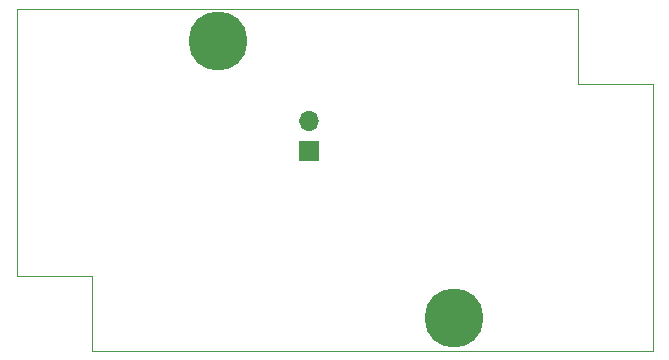
<source format=gbr>
%TF.GenerationSoftware,KiCad,Pcbnew,(6.0.5-0)*%
%TF.CreationDate,2022-12-05T01:18:57+00:00*%
%TF.ProjectId,Ebow,45626f77-2e6b-4696-9361-645f70636258,rev?*%
%TF.SameCoordinates,Original*%
%TF.FileFunction,Soldermask,Bot*%
%TF.FilePolarity,Negative*%
%FSLAX46Y46*%
G04 Gerber Fmt 4.6, Leading zero omitted, Abs format (unit mm)*
G04 Created by KiCad (PCBNEW (6.0.5-0)) date 2022-12-05 01:18:57*
%MOMM*%
%LPD*%
G01*
G04 APERTURE LIST*
%TA.AperFunction,Profile*%
%ADD10C,0.100000*%
%TD*%
%ADD11C,5.000000*%
%ADD12C,2.900000*%
%ADD13R,1.700000X1.700000*%
%ADD14O,1.700000X1.700000*%
G04 APERTURE END LIST*
D10*
X98298000Y-107950000D02*
X104648000Y-107950000D01*
X98298000Y-101600000D02*
X98298000Y-107950000D01*
X104648000Y-107950000D02*
X104648000Y-130556000D01*
X57150000Y-124206000D02*
X50800000Y-124206000D01*
X57150000Y-124206000D02*
X57150000Y-130556000D01*
X50800000Y-124206000D02*
X50800000Y-101600000D01*
X104648000Y-130556000D02*
X57150000Y-130556000D01*
X50800000Y-101600000D02*
X98298000Y-101600000D01*
D11*
%TO.C,H2*%
X87833200Y-127812800D03*
D12*
X87833200Y-127812800D03*
%TD*%
D11*
%TO.C,H1*%
X67818000Y-104343200D03*
D12*
X67818000Y-104343200D03*
%TD*%
D13*
%TO.C,J1*%
X75565000Y-113665000D03*
D14*
X75565000Y-111125000D03*
%TD*%
M02*

</source>
